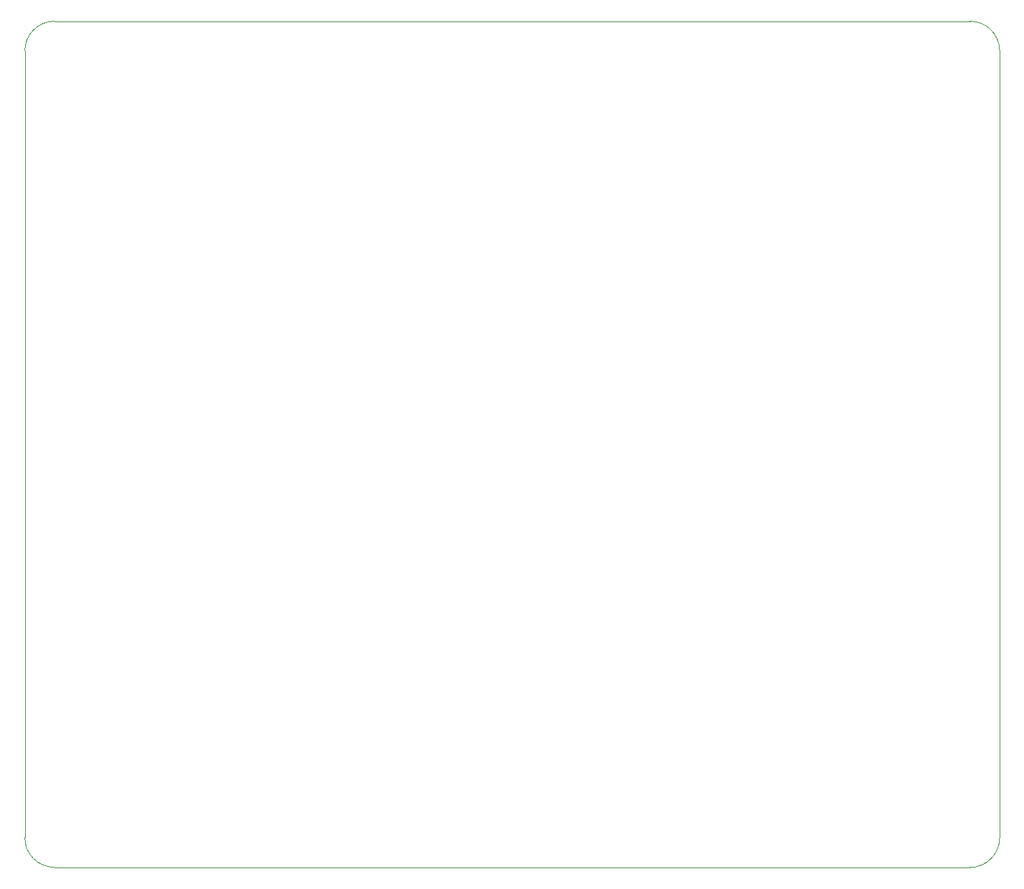
<source format=gko>
G75*
G70*
%OFA0B0*%
%FSLAX25Y25*%
%IPPOS*%
%LPD*%
%AMOC8*
5,1,8,0,0,1.08239X$1,22.5*
%
%ADD98C,0.00394*%
X0000000Y0000000D02*
%LPD*%
G01*
D98*
X0000000Y0379980D02*
G75*
G02*
X0013780Y0393760I0013780J0000000D01*
G01*
X0453150Y0013838D02*
X0453150Y0379980D01*
X0453150Y0013780D02*
G75*
G02*
X0439370Y0000000I-013780J0000000D01*
G01*
X0000000Y0379980D02*
X0000000Y0013838D01*
X0439370Y0393760D02*
X0013780Y0393760D01*
X0013780Y0000059D02*
G75*
G02*
X0000000Y0013838I0000000J0013780D01*
G01*
X0439370Y0393760D02*
G75*
G02*
X0453150Y0379980I0000000J-013780D01*
G01*
X0013780Y0000059D02*
X0439370Y0000000D01*
X0096899Y0004802D02*
G01*
G75*
X0303002Y0323306D02*
G01*
G75*
X0166387Y0304998D02*
G01*
G75*
X0122883Y0304998D02*
G01*
G75*
X0391387Y0155884D02*
G01*
G75*
X0312943Y0189743D02*
G01*
G75*
X0120521Y0215235D02*
G01*
G75*
M02*

</source>
